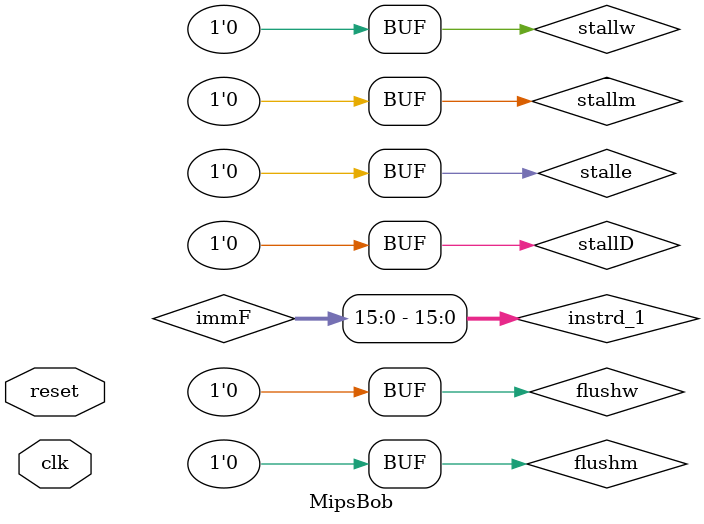
<source format=v>

module MipsBob (input clk, reset);
	wire [15:0] immF;


	// hazard related
	wire noop;
	wire RegWriteD_1, RegWriteD_2;
	wire [4:0] WriteRegD_1, WriteRegD_2;


	// fetch stage
	wire [31:0] PCNext, PCF, PCPlus4F, PCPlus8F, PCBranchE, jumpAdrD;
	assign PCPlus4F = PCF+4;
	assign PCPlus8F = PCF+8;
	//if jump, do jump; if branchis not Correct, do PCBranchE, if PredictF: do predicted pc, if noop, do pc+4, default + 8
	wire jumpD;
	wire branchIsNotCorrectE;
	wire predictF;
	wire [31:0] PCIfTaken;
	assign PCNext = jumpD ? jumpAdrD : ((branchIsNotCorrectE) ? PCBranchE : (predictF ? PCIfTaken : (noop ? PCPlus4F : PCPlus8F)));
	
	// pcreg
	wire stallF;
	flopr #(32) pcreg(clk, reset, (~stallF), PCNext, PCF);
	wire [31:0] PCD, PCE;
	//branch predictor
	wire [1:0] branchHistoryF,branchHistoryE;
	PCBranchBufForStep3 branchPredictor(clk, reset, branchF_1, branchE_1, (~branchIsNotCorrectE),PCF, PCE,immF, branchHistoryE, BranchIsTakenE_1, predictF, PCIfTaken, branchHistoryF);

	// instrmen
	
	wire [31:0] instrf_1, instrf_2_before_mux, instrf_2;
	wire [31:0] instrd_1, instrd_2;
	inst_memory_2_output instr_mem_out (PCF, instrf_1, instrf_2_before_mux);
	assign instrf_2 = noop ? 32'b0 : instrf_2_before_mux;
	assign immF = instrd_1[15:0];

	
	// otherthing to do in fetch stage: e.g. Hazard
	wire RegWriteF_1, RegWriteF_2;
	wire RegDstF_1, RegDstF_2;
	wire BranchF_1, BranchF_2; // BranchF2 may not be used/Branch could not be in slot2
	wire MemEnableF_1, MemEnableF_2;
	wire JumpF_1,JumpF_2;
	MainDec fetch_decoder_1(instrf_1[31:26], reset, RegWriteF_1, RegDstF_1, BranchF_1, MemEnableF_1, JumpF_1);
	MainDec fetch_decoder_2(instrf_2_before_mux[31:26], reset, RegWriteF_2, RegDstF_2, BranchF_2, MemEnableF_2, JumpF_2);

	// f2d register
	
	
	wire predictD;

	wire [1:0] branchHistoryD;
	wire flushD;
	wire flushe,stalle, flushm,stallm,flushw,stallw;


	assign stalle = 0;
	assign flushm = 0;
	assign stallm = 0;
	assign flushw = 0;
	assign stallw = 0;
	wire stallD;
	assign stallD = 0;
	wire [31:0] PCPlus4D;
	resetclearenablereg #(131) f2d(clk, reset, flushD, (~stallD),
		 {instrf_1, instrf_2, PCPlus4F, PCF, predictF, branchHistoryF},
		 {instrd_1, instrd_2, PCPlus4D, PCD, predictD, branchHistoryD});
	resetclearenablereg #(34) d2e_for_PC_only(clk, reset, flushe,(~stalle),
						  {PCD, branchHistoryD}, 
						  {PCE, branchHistoryE});
	
	// datapath 1 prototal
	wire [4:0] a1_1, a2_1, a3_1;
	wire [4:0] a1_2, a2_2, a3_2;
	wire [31:0] rd1_1, rd2_1, wd3_1;
	wire [31:0] rd1_2, rd2_2, wd3_2;
	wire we3_1;
	wire we3_2;
	wire [31:0] memadr_1;
	wire [31:0] memadr_2;
	wire [31:0] memwd_1;
	wire [31:0] memwd_2;
	wire [31:0] memoryrd_1;
	wire [31:0] memoryrd_2;
	wire memenable_1;
	wire memenable_2;
	wire [31:0] resultw_1;
	wire [31:0] resultw_2;
	wire IsLoadWordD_1, IsLoadWordD_2;
	// hazard
	wire [1:0] ForwardAD_1, ForwardBD_1;
	wire [2:0] ForwardAE_1, ForwardBE_1;
	wire [1:0] ForwardAD_2, ForwardBD_2;
	wire [2:0] ForwardAE_2, ForwardBE_2;

	// shared hazard command
	
	wire [4:0] RsD_1, RtD_1, RsD_2, RtD_2, RsE_1, RtE_1, RsE_2, RtE_2;
	wire regwritee_1,regwritee_2, memtorege_1, memtorege_2, RegWriteM_1, MemtoRegM_1, RegWriteM_2, MemtoRegM_2;
	wire [4:0] WriteRegM_1, WriteRegW_1, WriteRegM_2, WriteRegW_2;
	wire RegWriteW_1, RegWriteW_2, memwritem_1, memwritem_2;

	subdatapath sub_data_path_1(clk,reset,instrd_1,a1_1, a2_1, rd1_1, rd2_1, a3_1, wd3_1, we3_1, memadr_1, memwd_1, memoryrd_1, memenable_1, memwritem_1, // memory enable
				PCPlus4D,memadr_2, ForwardAD_1, ForwardBD_1, predictD, BranchIsTakenE_1, branchIsNotCorrectE, PCBranchE,
				ForwardAE_1, ForwardBE_1,resultw_1,resultw_2, jumpD, jumpAdrD, flushe,stalle, flushm,stallm,flushw,stallw,IsLoadWordD_1,
				RsD_1, RtD_1, RsE_1, RtE_1,
				regwritee_1,memtorege_1,
				RegWriteM_1, MemtoRegM_1,
				WriteRegM_1, WriteRegW_1,
				RegWriteW_1, WriteRegD_1, RegWriteD_1);
	
	//useless trash
	wire [31:0] PCPlus4D_2, PCBranchE_2, jumpAdrD_2;
	wire predictD_2, branchIsNotCorrectE_2, BranchIsTakenE_2;
	wire jumpD_2;
	subdatapath sub_data_path_2(clk,reset,instrd_2, a1_2, a2_2, rd1_2, rd2_2, a3_2, wd3_2, we3_2, memadr_2, memwd_2, memoryrd_2, memenable_2, memwritem_2,// memory enable
				PCPlus4D_2,memadr_1, ForwardAD_2, ForwardBD_2, predictD_2, BranchIsTakenE_2, branchIsNotCorrectE_2, PCBranchE_2,
				ForwardAE_2, ForwardBE_2,resultw_2,resultw_1, jumpD_2, jumpAdrD_2, flushe,stalle, flushm,stallm,flushw,stallw,IsLoadWordD_2,
				RsD_2, RtD_2, RsE_2, RtE_2,
				regwritee_2,memtorege_2,
				RegWriteM_2, MemtoRegM_2,
				WriteRegM_2, WriteRegW_2,
				RegWriteW_2, WriteRegD_2, RegWriteD_2);


	// regfile
	regfile_especially_for_lab4 regfileLab4(clk, we3_1, we3_2, reset, a1_1, a2_1, a3_1, wd3_1, rd1_1, rd2_1,
							      a1_2, a2_2, a3_2, wd3_2, rd1_2, rd2_2);

	// memory
	wire dmem_write;
	wire [31:0] dmem_address, dmem_write_data, demem_read_data;
	data_memory dmem(clk, dmem_write, dmem_address, dmem_write_data,demem_read_data);

	assign dmem_write = memwritem_1 | memwritem_2;	
	assign dmem_address =  memenable_1 ? memadr_1 : memadr_2;
	assign dmem_write_data = memenable_1 ? memwd_1 : memwd_2;
	assign memoryrd_1 = demem_read_data;
	assign memoryrd_2 = demem_read_data;
	
	
	
	 
	hazard	hazardunit
		(
		WriteRegD_1, WriteRegD_2,
		RegWriteD_1, RegWriteD_2,
		reset,
		//dp1
		ForwardAD_1, ForwardBD_1,
		ForwardAE_1, ForwardBE_1,
		RsD_1, RtD_1,
		RsE_1, RtE_1,
		RegWriteE_1, MemtoRegE_1,
		RegWriteM_1, MemtoRegM_1,
		WriteRegM_1, WriteRegW_1,
		RegWriteW_1,

		//dp2
		ForwardAD_2, ForwardBD_2,
		ForwardAE_2, ForwardBE_2,
		RsD_2, RtD_2,
		RsE_2, RtE_2,
		RegWriteE_2, MemtoRegE_2,
		RegWriteM_2, MemtoRegM_2,
		WriteRegM_2, WriteRegW_2,
		RegWriteW_2,

		//fetch stage early noop predict
		RegWriteF_1, RegWriteF_2,
		RegDstF_1, RegDstF_2,
		BranchF_1, BranchF_2, // BranchF2 may not be used/Branch could not be in slot2
		MemEnableF_1, MemEnableF_2,
		instrf_1[25:21], instrf_2_before_mux[25:21],
		instrf_1[20:16], instrf_2_before_mux[20:16],
		instrf_1[15:11], instrf_2_before_mux[15:11],
		JumpF_1, JumpF_2,
		IsLoadWordD_1, IsLoadWordD_2,
		noop,
		
	 
		// stall and flush
		stallF,
		flushD,
		flushe,
		// branch related
		branchIsNotCorrectE
		//input BranchIsNotCorrectE_2 // NOT USED


		);

		


endmodule 
</source>
